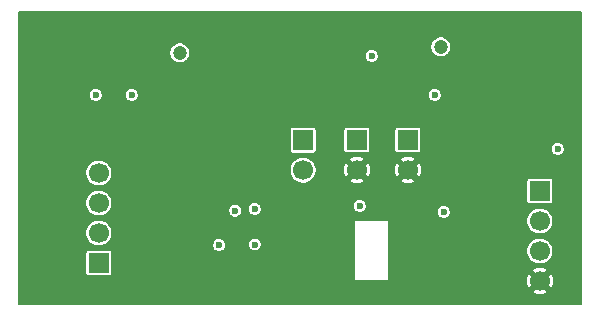
<source format=gbr>
%TF.GenerationSoftware,KiCad,Pcbnew,9.0.1*%
%TF.CreationDate,2025-09-03T00:36:21-07:00*%
%TF.ProjectId,stm32-test,73746d33-322d-4746-9573-742e6b696361,rev?*%
%TF.SameCoordinates,Original*%
%TF.FileFunction,Copper,L4,Bot*%
%TF.FilePolarity,Positive*%
%FSLAX46Y46*%
G04 Gerber Fmt 4.6, Leading zero omitted, Abs format (unit mm)*
G04 Created by KiCad (PCBNEW 9.0.1) date 2025-09-03 00:36:21*
%MOMM*%
%LPD*%
G01*
G04 APERTURE LIST*
%TA.AperFunction,ComponentPad*%
%ADD10R,1.700000X1.700000*%
%TD*%
%TA.AperFunction,ComponentPad*%
%ADD11C,1.700000*%
%TD*%
%TA.AperFunction,ViaPad*%
%ADD12C,0.600000*%
%TD*%
%TA.AperFunction,ViaPad*%
%ADD13C,1.200000*%
%TD*%
G04 APERTURE END LIST*
D10*
%TO.P,J1,1,Pin_1*%
%TO.N,+12V*%
X168910000Y-96774000D03*
D11*
%TO.P,J1,2,Pin_2*%
%TO.N,/CANH*%
X168910000Y-99314000D03*
%TO.P,J1,3,Pin_3*%
%TO.N,/CANL*%
X168910000Y-101854000D03*
%TO.P,J1,4,Pin_4*%
%TO.N,GND*%
X168910000Y-104394000D03*
%TD*%
D10*
%TO.P,J4,1,Pin_1*%
%TO.N,+3V3*%
X153416000Y-92456000D03*
D11*
%TO.P,J4,2,Pin_2*%
%TO.N,GND*%
X153416000Y-94996000D03*
%TD*%
%TO.P,J2,4,Pin_4*%
%TO.N,/SPI_CS*%
X131572000Y-95250000D03*
%TO.P,J2,3,Pin_3*%
%TO.N,/SPI_CLK*%
X131572000Y-97790000D03*
%TO.P,J2,2,Pin_2*%
%TO.N,/SPI_MISO*%
X131572000Y-100330000D03*
D10*
%TO.P,J2,1,Pin_1*%
%TO.N,/SPI_MOSI*%
X131572000Y-102870000D03*
%TD*%
D11*
%TO.P,J5,2,Pin_2*%
%TO.N,/I2C_SCL*%
X148869000Y-95016000D03*
D10*
%TO.P,J5,1,Pin_1*%
%TO.N,/I2C_SDA*%
X148869000Y-92476000D03*
%TD*%
D11*
%TO.P,J6,2,Pin_2*%
%TO.N,GND*%
X157734000Y-94996000D03*
D10*
%TO.P,J6,1,Pin_1*%
%TO.N,+3V3*%
X157734000Y-92456000D03*
%TD*%
D12*
%TO.N,/NRST*%
X131318000Y-88646000D03*
X134366000Y-88646000D03*
%TO.N,+3V3*%
X153670000Y-98044000D03*
%TO.N,+5V*%
X160020000Y-88646000D03*
X170434000Y-93218000D03*
X160782000Y-98552000D03*
D13*
%TO.N,GND*%
X140716000Y-89662000D03*
D12*
X144937910Y-84678090D03*
X134672000Y-85292000D03*
%TO.N,+3V3*%
X141752000Y-101346000D03*
D13*
X138430000Y-85090000D03*
D12*
X144780000Y-101314000D03*
D13*
X160528000Y-84582000D03*
D12*
X154686000Y-85344000D03*
%TO.N,/I2C_SCL*%
X144780000Y-98298000D03*
%TO.N,/I2C_SDA*%
X143111787Y-98442213D03*
%TD*%
%TA.AperFunction,Conductor*%
%TO.N,GND*%
G36*
X172409039Y-81553685D02*
G01*
X172454794Y-81606489D01*
X172466000Y-81658000D01*
X172466000Y-106302000D01*
X172446315Y-106369039D01*
X172393511Y-106414794D01*
X172342000Y-106426000D01*
X124838000Y-106426000D01*
X124770961Y-106406315D01*
X124725206Y-106353511D01*
X124714000Y-106302000D01*
X124714000Y-104307107D01*
X167806000Y-104307107D01*
X167806000Y-104480892D01*
X167833183Y-104652521D01*
X167886884Y-104817793D01*
X167965771Y-104972616D01*
X167965778Y-104972627D01*
X167968464Y-104976325D01*
X168425841Y-104518947D01*
X168444075Y-104586993D01*
X168509901Y-104701007D01*
X168602993Y-104794099D01*
X168717007Y-104859925D01*
X168785051Y-104878157D01*
X168327674Y-105335534D01*
X168327674Y-105335535D01*
X168331374Y-105338223D01*
X168486206Y-105417115D01*
X168651478Y-105470816D01*
X168823108Y-105498000D01*
X168996892Y-105498000D01*
X169168521Y-105470816D01*
X169333793Y-105417115D01*
X169488618Y-105338228D01*
X169492325Y-105335534D01*
X169034948Y-104878157D01*
X169102993Y-104859925D01*
X169217007Y-104794099D01*
X169310099Y-104701007D01*
X169375925Y-104586993D01*
X169394157Y-104518948D01*
X169851534Y-104976325D01*
X169854228Y-104972618D01*
X169933115Y-104817793D01*
X169986816Y-104652521D01*
X170014000Y-104480892D01*
X170014000Y-104307107D01*
X169986816Y-104135478D01*
X169933115Y-103970206D01*
X169854223Y-103815374D01*
X169851535Y-103811674D01*
X169851534Y-103811674D01*
X169394157Y-104269051D01*
X169375925Y-104201007D01*
X169310099Y-104086993D01*
X169217007Y-103993901D01*
X169102993Y-103928075D01*
X169034948Y-103909842D01*
X169492325Y-103452464D01*
X169488627Y-103449778D01*
X169488616Y-103449771D01*
X169333793Y-103370884D01*
X169168521Y-103317183D01*
X168996892Y-103290000D01*
X168823108Y-103290000D01*
X168651478Y-103317183D01*
X168486206Y-103370884D01*
X168331377Y-103449774D01*
X168327674Y-103452464D01*
X168785052Y-103909842D01*
X168717007Y-103928075D01*
X168602993Y-103993901D01*
X168509901Y-104086993D01*
X168444075Y-104201007D01*
X168425842Y-104269052D01*
X167968464Y-103811674D01*
X167965774Y-103815377D01*
X167886884Y-103970206D01*
X167833183Y-104135478D01*
X167806000Y-104307107D01*
X124714000Y-104307107D01*
X124714000Y-104294000D01*
X153298000Y-104294000D01*
X156074000Y-104294000D01*
X156074000Y-101750530D01*
X167859500Y-101750530D01*
X167859500Y-101957469D01*
X167899868Y-102160412D01*
X167899870Y-102160420D01*
X167979058Y-102351596D01*
X168094024Y-102523657D01*
X168240342Y-102669975D01*
X168240345Y-102669977D01*
X168412402Y-102784941D01*
X168603580Y-102864130D01*
X168806530Y-102904499D01*
X168806534Y-102904500D01*
X168806535Y-102904500D01*
X169013466Y-102904500D01*
X169013467Y-102904499D01*
X169216420Y-102864130D01*
X169407598Y-102784941D01*
X169579655Y-102669977D01*
X169725977Y-102523655D01*
X169840941Y-102351598D01*
X169920130Y-102160420D01*
X169960500Y-101957465D01*
X169960500Y-101750535D01*
X169920130Y-101547580D01*
X169840941Y-101356402D01*
X169725977Y-101184345D01*
X169725975Y-101184342D01*
X169579657Y-101038024D01*
X169493626Y-100980541D01*
X169407598Y-100923059D01*
X169216420Y-100843870D01*
X169216412Y-100843868D01*
X169013469Y-100803500D01*
X169013465Y-100803500D01*
X168806535Y-100803500D01*
X168806530Y-100803500D01*
X168603587Y-100843868D01*
X168603579Y-100843870D01*
X168412403Y-100923058D01*
X168240342Y-101038024D01*
X168094024Y-101184342D01*
X167979058Y-101356403D01*
X167899870Y-101547579D01*
X167899868Y-101547587D01*
X167859500Y-101750530D01*
X156074000Y-101750530D01*
X156074000Y-99314000D01*
X153298000Y-99314000D01*
X153298000Y-104294000D01*
X124714000Y-104294000D01*
X124714000Y-102000247D01*
X130521500Y-102000247D01*
X130521500Y-103739752D01*
X130533131Y-103798229D01*
X130533132Y-103798230D01*
X130577447Y-103864552D01*
X130643769Y-103908867D01*
X130643770Y-103908868D01*
X130702247Y-103920499D01*
X130702250Y-103920500D01*
X130702252Y-103920500D01*
X132441750Y-103920500D01*
X132441751Y-103920499D01*
X132456568Y-103917552D01*
X132500229Y-103908868D01*
X132500229Y-103908867D01*
X132500231Y-103908867D01*
X132566552Y-103864552D01*
X132610867Y-103798231D01*
X132610867Y-103798229D01*
X132610868Y-103798229D01*
X132622499Y-103739752D01*
X132622500Y-103739750D01*
X132622500Y-102000249D01*
X132622499Y-102000247D01*
X132610868Y-101941770D01*
X132610867Y-101941769D01*
X132566552Y-101875447D01*
X132500230Y-101831132D01*
X132500229Y-101831131D01*
X132441752Y-101819500D01*
X132441748Y-101819500D01*
X130702252Y-101819500D01*
X130702247Y-101819500D01*
X130643770Y-101831131D01*
X130643769Y-101831132D01*
X130577447Y-101875447D01*
X130533132Y-101941769D01*
X130533131Y-101941770D01*
X130521500Y-102000247D01*
X124714000Y-102000247D01*
X124714000Y-100226530D01*
X130521500Y-100226530D01*
X130521500Y-100433469D01*
X130561868Y-100636412D01*
X130561870Y-100636420D01*
X130641058Y-100827596D01*
X130756024Y-100999657D01*
X130902342Y-101145975D01*
X130902345Y-101145977D01*
X131074402Y-101260941D01*
X131265580Y-101340130D01*
X131465468Y-101379890D01*
X131468530Y-101380499D01*
X131468534Y-101380500D01*
X131468535Y-101380500D01*
X131675466Y-101380500D01*
X131675467Y-101380499D01*
X131878420Y-101340130D01*
X132023325Y-101280108D01*
X141251500Y-101280108D01*
X141251500Y-101411891D01*
X141285608Y-101539187D01*
X141290454Y-101547580D01*
X141351500Y-101653314D01*
X141444686Y-101746500D01*
X141558814Y-101812392D01*
X141686108Y-101846500D01*
X141686110Y-101846500D01*
X141817890Y-101846500D01*
X141817892Y-101846500D01*
X141945186Y-101812392D01*
X142059314Y-101746500D01*
X142152500Y-101653314D01*
X142218392Y-101539186D01*
X142252500Y-101411892D01*
X142252500Y-101280108D01*
X142243926Y-101248108D01*
X144279500Y-101248108D01*
X144279500Y-101379891D01*
X144313608Y-101507187D01*
X144346554Y-101564250D01*
X144379500Y-101621314D01*
X144472686Y-101714500D01*
X144586814Y-101780392D01*
X144714108Y-101814500D01*
X144714110Y-101814500D01*
X144845890Y-101814500D01*
X144845892Y-101814500D01*
X144973186Y-101780392D01*
X145087314Y-101714500D01*
X145180500Y-101621314D01*
X145246392Y-101507186D01*
X145280500Y-101379892D01*
X145280500Y-101248108D01*
X145246392Y-101120814D01*
X145180500Y-101006686D01*
X145087314Y-100913500D01*
X145030250Y-100880554D01*
X144973187Y-100847608D01*
X144898499Y-100827596D01*
X144845892Y-100813500D01*
X144714108Y-100813500D01*
X144586812Y-100847608D01*
X144472686Y-100913500D01*
X144472683Y-100913502D01*
X144379502Y-101006683D01*
X144379500Y-101006686D01*
X144313608Y-101120812D01*
X144279500Y-101248108D01*
X142243926Y-101248108D01*
X142218392Y-101152814D01*
X142214443Y-101145975D01*
X142199917Y-101120814D01*
X142152500Y-101038686D01*
X142059314Y-100945500D01*
X142002250Y-100912554D01*
X141945187Y-100879608D01*
X141881539Y-100862554D01*
X141817892Y-100845500D01*
X141686108Y-100845500D01*
X141558812Y-100879608D01*
X141444686Y-100945500D01*
X141444683Y-100945502D01*
X141351502Y-101038683D01*
X141351500Y-101038686D01*
X141285608Y-101152812D01*
X141251500Y-101280108D01*
X132023325Y-101280108D01*
X132069598Y-101260941D01*
X132207381Y-101168878D01*
X132207383Y-101168877D01*
X132224580Y-101157385D01*
X132241655Y-101145977D01*
X132387977Y-100999655D01*
X132502941Y-100827598D01*
X132582130Y-100636420D01*
X132622500Y-100433465D01*
X132622500Y-100226535D01*
X132582130Y-100023580D01*
X132502941Y-99832402D01*
X132387977Y-99660345D01*
X132387975Y-99660342D01*
X132241657Y-99514024D01*
X132069596Y-99399057D01*
X132016824Y-99377199D01*
X131878420Y-99319870D01*
X131878412Y-99319868D01*
X131675469Y-99279500D01*
X131675465Y-99279500D01*
X131468535Y-99279500D01*
X131468530Y-99279500D01*
X131265587Y-99319868D01*
X131265579Y-99319870D01*
X131074403Y-99399058D01*
X130902342Y-99514024D01*
X130756024Y-99660342D01*
X130641058Y-99832403D01*
X130561870Y-100023579D01*
X130561868Y-100023587D01*
X130521500Y-100226530D01*
X124714000Y-100226530D01*
X124714000Y-99210530D01*
X167859500Y-99210530D01*
X167859500Y-99417469D01*
X167899868Y-99620412D01*
X167899870Y-99620420D01*
X167979059Y-99811598D01*
X168036541Y-99897626D01*
X168094024Y-99983657D01*
X168240342Y-100129975D01*
X168240345Y-100129977D01*
X168412402Y-100244941D01*
X168603580Y-100324130D01*
X168806530Y-100364499D01*
X168806534Y-100364500D01*
X168806535Y-100364500D01*
X169013466Y-100364500D01*
X169013467Y-100364499D01*
X169216420Y-100324130D01*
X169407598Y-100244941D01*
X169579655Y-100129977D01*
X169725977Y-99983655D01*
X169840941Y-99811598D01*
X169920130Y-99620420D01*
X169960500Y-99417465D01*
X169960500Y-99210535D01*
X169920130Y-99007580D01*
X169840941Y-98816402D01*
X169725977Y-98644345D01*
X169725975Y-98644342D01*
X169579657Y-98498024D01*
X169418435Y-98390300D01*
X169407598Y-98383059D01*
X169391331Y-98376321D01*
X169216420Y-98303870D01*
X169216412Y-98303868D01*
X169013469Y-98263500D01*
X169013465Y-98263500D01*
X168806535Y-98263500D01*
X168806530Y-98263500D01*
X168603587Y-98303868D01*
X168603579Y-98303870D01*
X168412403Y-98383058D01*
X168240342Y-98498024D01*
X168094024Y-98644342D01*
X167979058Y-98816403D01*
X167899870Y-99007579D01*
X167899868Y-99007587D01*
X167859500Y-99210530D01*
X124714000Y-99210530D01*
X124714000Y-97686530D01*
X130521500Y-97686530D01*
X130521500Y-97893469D01*
X130561868Y-98096412D01*
X130561870Y-98096420D01*
X130641058Y-98287596D01*
X130756024Y-98459657D01*
X130902342Y-98605975D01*
X130902345Y-98605977D01*
X131074402Y-98720941D01*
X131265580Y-98800130D01*
X131468530Y-98840499D01*
X131468534Y-98840500D01*
X131468535Y-98840500D01*
X131675466Y-98840500D01*
X131675467Y-98840499D01*
X131878420Y-98800130D01*
X132069598Y-98720941D01*
X132241655Y-98605977D01*
X132387977Y-98459655D01*
X132443659Y-98376321D01*
X142611287Y-98376321D01*
X142611287Y-98508104D01*
X142645395Y-98635400D01*
X142650558Y-98644342D01*
X142711287Y-98749527D01*
X142804473Y-98842713D01*
X142918601Y-98908605D01*
X143045895Y-98942713D01*
X143045897Y-98942713D01*
X143177677Y-98942713D01*
X143177679Y-98942713D01*
X143304973Y-98908605D01*
X143419101Y-98842713D01*
X143512287Y-98749527D01*
X143578179Y-98635399D01*
X143612287Y-98508105D01*
X143612287Y-98376321D01*
X143578179Y-98249027D01*
X143568411Y-98232108D01*
X144279500Y-98232108D01*
X144279500Y-98363892D01*
X144284636Y-98383059D01*
X144313608Y-98491187D01*
X144344388Y-98544499D01*
X144379500Y-98605314D01*
X144472686Y-98698500D01*
X144586814Y-98764392D01*
X144714108Y-98798500D01*
X144714110Y-98798500D01*
X144845890Y-98798500D01*
X144845892Y-98798500D01*
X144973186Y-98764392D01*
X145087314Y-98698500D01*
X145180500Y-98605314D01*
X145246392Y-98491186D01*
X145280500Y-98363892D01*
X145280500Y-98232108D01*
X145246392Y-98104814D01*
X145235303Y-98085608D01*
X145204343Y-98031983D01*
X145204342Y-98031982D01*
X145180500Y-97990686D01*
X145167922Y-97978108D01*
X153169500Y-97978108D01*
X153169500Y-98109891D01*
X153203608Y-98237187D01*
X153207936Y-98244683D01*
X153269500Y-98351314D01*
X153362686Y-98444500D01*
X153476814Y-98510392D01*
X153604108Y-98544500D01*
X153604110Y-98544500D01*
X153735890Y-98544500D01*
X153735892Y-98544500D01*
X153863186Y-98510392D01*
X153905247Y-98486108D01*
X160281500Y-98486108D01*
X160281500Y-98617891D01*
X160315608Y-98745187D01*
X160346388Y-98798499D01*
X160381500Y-98859314D01*
X160474686Y-98952500D01*
X160588814Y-99018392D01*
X160716108Y-99052500D01*
X160716110Y-99052500D01*
X160847890Y-99052500D01*
X160847892Y-99052500D01*
X160975186Y-99018392D01*
X161089314Y-98952500D01*
X161182500Y-98859314D01*
X161248392Y-98745186D01*
X161282500Y-98617892D01*
X161282500Y-98486108D01*
X161248392Y-98358814D01*
X161182500Y-98244686D01*
X161089314Y-98151500D01*
X161017247Y-98109892D01*
X160975187Y-98085608D01*
X160911539Y-98068554D01*
X160847892Y-98051500D01*
X160716108Y-98051500D01*
X160588812Y-98085608D01*
X160474686Y-98151500D01*
X160474683Y-98151502D01*
X160381502Y-98244683D01*
X160381500Y-98244686D01*
X160315608Y-98358812D01*
X160281500Y-98486108D01*
X153905247Y-98486108D01*
X153977314Y-98444500D01*
X154070500Y-98351314D01*
X154136392Y-98237186D01*
X154170500Y-98109892D01*
X154170500Y-97978108D01*
X154136392Y-97850814D01*
X154070500Y-97736686D01*
X153977314Y-97643500D01*
X153920250Y-97610554D01*
X153863187Y-97577608D01*
X153799539Y-97560554D01*
X153735892Y-97543500D01*
X153604108Y-97543500D01*
X153476812Y-97577608D01*
X153362686Y-97643500D01*
X153362683Y-97643502D01*
X153269502Y-97736683D01*
X153269500Y-97736686D01*
X153203608Y-97850812D01*
X153169500Y-97978108D01*
X145167922Y-97978108D01*
X145087314Y-97897500D01*
X145006452Y-97850814D01*
X144973187Y-97831608D01*
X144903243Y-97812867D01*
X144845892Y-97797500D01*
X144714108Y-97797500D01*
X144586812Y-97831608D01*
X144472686Y-97897500D01*
X144472683Y-97897502D01*
X144379502Y-97990683D01*
X144379500Y-97990686D01*
X144313608Y-98104812D01*
X144301098Y-98151502D01*
X144279500Y-98232108D01*
X143568411Y-98232108D01*
X143512287Y-98134899D01*
X143419101Y-98041713D01*
X143330715Y-97990683D01*
X143304974Y-97975821D01*
X143241326Y-97958767D01*
X143177679Y-97941713D01*
X143045895Y-97941713D01*
X142918599Y-97975821D01*
X142804473Y-98041713D01*
X142804470Y-98041715D01*
X142711289Y-98134896D01*
X142711287Y-98134899D01*
X142645395Y-98249025D01*
X142611287Y-98376321D01*
X132443659Y-98376321D01*
X132502941Y-98287598D01*
X132582130Y-98096420D01*
X132622500Y-97893465D01*
X132622500Y-97686535D01*
X132582130Y-97483580D01*
X132502941Y-97292402D01*
X132387977Y-97120345D01*
X132387975Y-97120342D01*
X132241657Y-96974024D01*
X132155626Y-96916541D01*
X132069598Y-96859059D01*
X131878420Y-96779870D01*
X131878412Y-96779868D01*
X131675469Y-96739500D01*
X131675465Y-96739500D01*
X131468535Y-96739500D01*
X131468530Y-96739500D01*
X131265587Y-96779868D01*
X131265579Y-96779870D01*
X131074403Y-96859058D01*
X130902342Y-96974024D01*
X130756024Y-97120342D01*
X130641058Y-97292403D01*
X130561870Y-97483579D01*
X130561868Y-97483587D01*
X130521500Y-97686530D01*
X124714000Y-97686530D01*
X124714000Y-95146530D01*
X130521500Y-95146530D01*
X130521500Y-95353469D01*
X130553352Y-95513598D01*
X130561870Y-95556420D01*
X130641059Y-95747598D01*
X130677807Y-95802595D01*
X130756024Y-95919657D01*
X130902342Y-96065975D01*
X130902345Y-96065977D01*
X131074402Y-96180941D01*
X131265580Y-96260130D01*
X131468530Y-96300499D01*
X131468534Y-96300500D01*
X131468535Y-96300500D01*
X131675466Y-96300500D01*
X131675467Y-96300499D01*
X131878420Y-96260130D01*
X132069598Y-96180941D01*
X132241655Y-96065977D01*
X132387977Y-95919655D01*
X132502941Y-95747598D01*
X132582130Y-95556420D01*
X132622500Y-95353465D01*
X132622500Y-95146535D01*
X132617116Y-95119466D01*
X132582132Y-94943587D01*
X132582129Y-94943579D01*
X132569268Y-94912530D01*
X147818500Y-94912530D01*
X147818500Y-95119469D01*
X147858868Y-95322412D01*
X147858870Y-95322420D01*
X147938058Y-95513596D01*
X148053024Y-95685657D01*
X148199342Y-95831975D01*
X148199345Y-95831977D01*
X148371402Y-95946941D01*
X148562580Y-96026130D01*
X148762896Y-96065975D01*
X148765530Y-96066499D01*
X148765534Y-96066500D01*
X148765535Y-96066500D01*
X148972466Y-96066500D01*
X148972467Y-96066499D01*
X149175420Y-96026130D01*
X149366598Y-95946941D01*
X149538655Y-95831977D01*
X149538658Y-95831974D01*
X149568038Y-95802595D01*
X149684974Y-95685658D01*
X149684975Y-95685657D01*
X149684977Y-95685655D01*
X149799941Y-95513598D01*
X149879130Y-95322420D01*
X149919500Y-95119465D01*
X149919500Y-94912535D01*
X149919500Y-94912532D01*
X149918819Y-94909107D01*
X152312000Y-94909107D01*
X152312000Y-95082892D01*
X152339183Y-95254521D01*
X152392884Y-95419793D01*
X152471771Y-95574616D01*
X152471778Y-95574627D01*
X152474464Y-95578325D01*
X152931841Y-95120947D01*
X152950075Y-95188993D01*
X153015901Y-95303007D01*
X153108993Y-95396099D01*
X153223007Y-95461925D01*
X153291051Y-95480157D01*
X152833674Y-95937534D01*
X152833674Y-95937535D01*
X152837374Y-95940223D01*
X152992206Y-96019115D01*
X153157478Y-96072816D01*
X153329108Y-96100000D01*
X153502892Y-96100000D01*
X153674521Y-96072816D01*
X153839793Y-96019115D01*
X153994618Y-95940228D01*
X153998325Y-95937534D01*
X153540948Y-95480157D01*
X153608993Y-95461925D01*
X153723007Y-95396099D01*
X153816099Y-95303007D01*
X153881925Y-95188993D01*
X153900157Y-95120948D01*
X154357534Y-95578325D01*
X154360228Y-95574618D01*
X154439115Y-95419793D01*
X154492816Y-95254521D01*
X154520000Y-95082892D01*
X154520000Y-94909107D01*
X156630000Y-94909107D01*
X156630000Y-95082892D01*
X156657183Y-95254521D01*
X156710884Y-95419793D01*
X156789771Y-95574616D01*
X156789778Y-95574627D01*
X156792464Y-95578325D01*
X157249841Y-95120947D01*
X157268075Y-95188993D01*
X157333901Y-95303007D01*
X157426993Y-95396099D01*
X157541007Y-95461925D01*
X157609051Y-95480157D01*
X157151674Y-95937534D01*
X157151674Y-95937535D01*
X157155374Y-95940223D01*
X157310206Y-96019115D01*
X157475478Y-96072816D01*
X157647108Y-96100000D01*
X157820892Y-96100000D01*
X157992521Y-96072816D01*
X158157793Y-96019115D01*
X158312618Y-95940228D01*
X158316325Y-95937534D01*
X158283038Y-95904247D01*
X167859500Y-95904247D01*
X167859500Y-97643752D01*
X167871131Y-97702229D01*
X167871132Y-97702230D01*
X167915447Y-97768552D01*
X167981769Y-97812867D01*
X167981770Y-97812868D01*
X168040247Y-97824499D01*
X168040250Y-97824500D01*
X168040252Y-97824500D01*
X169779750Y-97824500D01*
X169779751Y-97824499D01*
X169794568Y-97821552D01*
X169838229Y-97812868D01*
X169838229Y-97812867D01*
X169838231Y-97812867D01*
X169904552Y-97768552D01*
X169948867Y-97702231D01*
X169948867Y-97702229D01*
X169948868Y-97702229D01*
X169960499Y-97643752D01*
X169960500Y-97643750D01*
X169960500Y-95904249D01*
X169960499Y-95904247D01*
X169948868Y-95845770D01*
X169948867Y-95845769D01*
X169904552Y-95779447D01*
X169838230Y-95735132D01*
X169838229Y-95735131D01*
X169779752Y-95723500D01*
X169779748Y-95723500D01*
X168040252Y-95723500D01*
X168040247Y-95723500D01*
X167981770Y-95735131D01*
X167981769Y-95735132D01*
X167915447Y-95779447D01*
X167871132Y-95845769D01*
X167871131Y-95845770D01*
X167859500Y-95904247D01*
X158283038Y-95904247D01*
X157858948Y-95480157D01*
X157926993Y-95461925D01*
X158041007Y-95396099D01*
X158134099Y-95303007D01*
X158199925Y-95188993D01*
X158218157Y-95120948D01*
X158675534Y-95578325D01*
X158678228Y-95574618D01*
X158757115Y-95419793D01*
X158810816Y-95254521D01*
X158838000Y-95082892D01*
X158838000Y-94909107D01*
X158810816Y-94737478D01*
X158757115Y-94572206D01*
X158678223Y-94417374D01*
X158675535Y-94413674D01*
X158675534Y-94413674D01*
X158218157Y-94871051D01*
X158199925Y-94803007D01*
X158134099Y-94688993D01*
X158041007Y-94595901D01*
X157926993Y-94530075D01*
X157858948Y-94511842D01*
X158316325Y-94054464D01*
X158312627Y-94051778D01*
X158312616Y-94051771D01*
X158157793Y-93972884D01*
X157992521Y-93919183D01*
X157820892Y-93892000D01*
X157647108Y-93892000D01*
X157475478Y-93919183D01*
X157310206Y-93972884D01*
X157155377Y-94051774D01*
X157151674Y-94054464D01*
X157609052Y-94511842D01*
X157541007Y-94530075D01*
X157426993Y-94595901D01*
X157333901Y-94688993D01*
X157268075Y-94803007D01*
X157249842Y-94871052D01*
X156792464Y-94413674D01*
X156789774Y-94417377D01*
X156710884Y-94572206D01*
X156657183Y-94737478D01*
X156630000Y-94909107D01*
X154520000Y-94909107D01*
X154492816Y-94737478D01*
X154439115Y-94572206D01*
X154360223Y-94417374D01*
X154357535Y-94413674D01*
X154357534Y-94413674D01*
X153900157Y-94871051D01*
X153881925Y-94803007D01*
X153816099Y-94688993D01*
X153723007Y-94595901D01*
X153608993Y-94530075D01*
X153540948Y-94511842D01*
X153998325Y-94054464D01*
X153994627Y-94051778D01*
X153994616Y-94051771D01*
X153839793Y-93972884D01*
X153674521Y-93919183D01*
X153502892Y-93892000D01*
X153329108Y-93892000D01*
X153157478Y-93919183D01*
X152992206Y-93972884D01*
X152837377Y-94051774D01*
X152833674Y-94054464D01*
X153291052Y-94511842D01*
X153223007Y-94530075D01*
X153108993Y-94595901D01*
X153015901Y-94688993D01*
X152950075Y-94803007D01*
X152931842Y-94871051D01*
X152474464Y-94413674D01*
X152471774Y-94417377D01*
X152392884Y-94572206D01*
X152339183Y-94737478D01*
X152312000Y-94909107D01*
X149918819Y-94909107D01*
X149879131Y-94709587D01*
X149879130Y-94709580D01*
X149799941Y-94518402D01*
X149684977Y-94346345D01*
X149684975Y-94346342D01*
X149538658Y-94200025D01*
X149536375Y-94198499D01*
X149366598Y-94085059D01*
X149286241Y-94051774D01*
X149175420Y-94005870D01*
X149175412Y-94005868D01*
X148972469Y-93965500D01*
X148972465Y-93965500D01*
X148765535Y-93965500D01*
X148765530Y-93965500D01*
X148562587Y-94005868D01*
X148562579Y-94005870D01*
X148371403Y-94085058D01*
X148199342Y-94200024D01*
X148053024Y-94346342D01*
X147938058Y-94518403D01*
X147858870Y-94709579D01*
X147858868Y-94709587D01*
X147818500Y-94912530D01*
X132569268Y-94912530D01*
X132502941Y-94752402D01*
X132387977Y-94580345D01*
X132387975Y-94580342D01*
X132241657Y-94434024D01*
X132155626Y-94376541D01*
X132069598Y-94319059D01*
X131878420Y-94239870D01*
X131878412Y-94239868D01*
X131675469Y-94199500D01*
X131675465Y-94199500D01*
X131468535Y-94199500D01*
X131468530Y-94199500D01*
X131265587Y-94239868D01*
X131265579Y-94239870D01*
X131074403Y-94319058D01*
X130902342Y-94434024D01*
X130756024Y-94580342D01*
X130641058Y-94752403D01*
X130561870Y-94943579D01*
X130561868Y-94943587D01*
X130521500Y-95146530D01*
X124714000Y-95146530D01*
X124714000Y-91606247D01*
X147818500Y-91606247D01*
X147818500Y-93345752D01*
X147830131Y-93404229D01*
X147830132Y-93404230D01*
X147874447Y-93470552D01*
X147940769Y-93514867D01*
X147940770Y-93514868D01*
X147999247Y-93526499D01*
X147999250Y-93526500D01*
X147999252Y-93526500D01*
X149738750Y-93526500D01*
X149738751Y-93526499D01*
X149753568Y-93523552D01*
X149797229Y-93514868D01*
X149797229Y-93514867D01*
X149797231Y-93514867D01*
X149863552Y-93470552D01*
X149907867Y-93404231D01*
X149907867Y-93404229D01*
X149907868Y-93404229D01*
X149919499Y-93345752D01*
X149919500Y-93345750D01*
X149919500Y-91606250D01*
X149919121Y-91604345D01*
X149919121Y-91604342D01*
X149915521Y-91586247D01*
X152365500Y-91586247D01*
X152365500Y-93325752D01*
X152377131Y-93384229D01*
X152377132Y-93384230D01*
X152421447Y-93450552D01*
X152487769Y-93494867D01*
X152487770Y-93494868D01*
X152546247Y-93506499D01*
X152546250Y-93506500D01*
X152546252Y-93506500D01*
X154285750Y-93506500D01*
X154285751Y-93506499D01*
X154300568Y-93503552D01*
X154344229Y-93494868D01*
X154344229Y-93494867D01*
X154344231Y-93494867D01*
X154410552Y-93450552D01*
X154454867Y-93384231D01*
X154454867Y-93384229D01*
X154454868Y-93384229D01*
X154466499Y-93325752D01*
X154466500Y-93325750D01*
X154466500Y-91586249D01*
X154466499Y-91586247D01*
X156683500Y-91586247D01*
X156683500Y-93325752D01*
X156695131Y-93384229D01*
X156695132Y-93384230D01*
X156739447Y-93450552D01*
X156805769Y-93494867D01*
X156805770Y-93494868D01*
X156864247Y-93506499D01*
X156864250Y-93506500D01*
X156864252Y-93506500D01*
X158603750Y-93506500D01*
X158603751Y-93506499D01*
X158618568Y-93503552D01*
X158662229Y-93494868D01*
X158662229Y-93494867D01*
X158662231Y-93494867D01*
X158728552Y-93450552D01*
X158772867Y-93384231D01*
X158772867Y-93384229D01*
X158772868Y-93384229D01*
X158784499Y-93325752D01*
X158784500Y-93325750D01*
X158784500Y-93152108D01*
X169933500Y-93152108D01*
X169933500Y-93283891D01*
X169967608Y-93411187D01*
X169990336Y-93450552D01*
X170033500Y-93525314D01*
X170126686Y-93618500D01*
X170240814Y-93684392D01*
X170368108Y-93718500D01*
X170368110Y-93718500D01*
X170499890Y-93718500D01*
X170499892Y-93718500D01*
X170627186Y-93684392D01*
X170741314Y-93618500D01*
X170834500Y-93525314D01*
X170900392Y-93411186D01*
X170934500Y-93283892D01*
X170934500Y-93152108D01*
X170900392Y-93024814D01*
X170834500Y-92910686D01*
X170741314Y-92817500D01*
X170684250Y-92784554D01*
X170627187Y-92751608D01*
X170563539Y-92734554D01*
X170499892Y-92717500D01*
X170368108Y-92717500D01*
X170240812Y-92751608D01*
X170126686Y-92817500D01*
X170126683Y-92817502D01*
X170033502Y-92910683D01*
X170033500Y-92910686D01*
X169967608Y-93024812D01*
X169933500Y-93152108D01*
X158784500Y-93152108D01*
X158784500Y-91586249D01*
X158784499Y-91586247D01*
X158772868Y-91527770D01*
X158772867Y-91527769D01*
X158728552Y-91461447D01*
X158662230Y-91417132D01*
X158662229Y-91417131D01*
X158603752Y-91405500D01*
X158603748Y-91405500D01*
X156864252Y-91405500D01*
X156864247Y-91405500D01*
X156805770Y-91417131D01*
X156805769Y-91417132D01*
X156739447Y-91461447D01*
X156695132Y-91527769D01*
X156695131Y-91527770D01*
X156683500Y-91586247D01*
X154466499Y-91586247D01*
X154454868Y-91527770D01*
X154454867Y-91527769D01*
X154410552Y-91461447D01*
X154344230Y-91417132D01*
X154344229Y-91417131D01*
X154285752Y-91405500D01*
X154285748Y-91405500D01*
X152546252Y-91405500D01*
X152546247Y-91405500D01*
X152487770Y-91417131D01*
X152487769Y-91417132D01*
X152421447Y-91461447D01*
X152377132Y-91527769D01*
X152377131Y-91527770D01*
X152365500Y-91586247D01*
X149915521Y-91586247D01*
X149907867Y-91547770D01*
X149907867Y-91547769D01*
X149863552Y-91481447D01*
X149797230Y-91437132D01*
X149797229Y-91437131D01*
X149738752Y-91425500D01*
X149738748Y-91425500D01*
X147999252Y-91425500D01*
X147999247Y-91425500D01*
X147940770Y-91437131D01*
X147940769Y-91437132D01*
X147874447Y-91481447D01*
X147830132Y-91547769D01*
X147830131Y-91547770D01*
X147818500Y-91606247D01*
X124714000Y-91606247D01*
X124714000Y-88580108D01*
X130817500Y-88580108D01*
X130817500Y-88711891D01*
X130851608Y-88839187D01*
X130884554Y-88896250D01*
X130917500Y-88953314D01*
X131010686Y-89046500D01*
X131124814Y-89112392D01*
X131252108Y-89146500D01*
X131252110Y-89146500D01*
X131383890Y-89146500D01*
X131383892Y-89146500D01*
X131511186Y-89112392D01*
X131625314Y-89046500D01*
X131718500Y-88953314D01*
X131784392Y-88839186D01*
X131818500Y-88711892D01*
X131818500Y-88580108D01*
X133865500Y-88580108D01*
X133865500Y-88711891D01*
X133899608Y-88839187D01*
X133932554Y-88896250D01*
X133965500Y-88953314D01*
X134058686Y-89046500D01*
X134172814Y-89112392D01*
X134300108Y-89146500D01*
X134300110Y-89146500D01*
X134431890Y-89146500D01*
X134431892Y-89146500D01*
X134559186Y-89112392D01*
X134673314Y-89046500D01*
X134766500Y-88953314D01*
X134832392Y-88839186D01*
X134866500Y-88711892D01*
X134866500Y-88580108D01*
X159519500Y-88580108D01*
X159519500Y-88711891D01*
X159553608Y-88839187D01*
X159586554Y-88896250D01*
X159619500Y-88953314D01*
X159712686Y-89046500D01*
X159826814Y-89112392D01*
X159954108Y-89146500D01*
X159954110Y-89146500D01*
X160085890Y-89146500D01*
X160085892Y-89146500D01*
X160213186Y-89112392D01*
X160327314Y-89046500D01*
X160420500Y-88953314D01*
X160486392Y-88839186D01*
X160520500Y-88711892D01*
X160520500Y-88580108D01*
X160486392Y-88452814D01*
X160420500Y-88338686D01*
X160327314Y-88245500D01*
X160270250Y-88212554D01*
X160213187Y-88179608D01*
X160149539Y-88162554D01*
X160085892Y-88145500D01*
X159954108Y-88145500D01*
X159826812Y-88179608D01*
X159712686Y-88245500D01*
X159712683Y-88245502D01*
X159619502Y-88338683D01*
X159619500Y-88338686D01*
X159553608Y-88452812D01*
X159519500Y-88580108D01*
X134866500Y-88580108D01*
X134832392Y-88452814D01*
X134766500Y-88338686D01*
X134673314Y-88245500D01*
X134616250Y-88212554D01*
X134559187Y-88179608D01*
X134495539Y-88162554D01*
X134431892Y-88145500D01*
X134300108Y-88145500D01*
X134172812Y-88179608D01*
X134058686Y-88245500D01*
X134058683Y-88245502D01*
X133965502Y-88338683D01*
X133965500Y-88338686D01*
X133899608Y-88452812D01*
X133865500Y-88580108D01*
X131818500Y-88580108D01*
X131784392Y-88452814D01*
X131718500Y-88338686D01*
X131625314Y-88245500D01*
X131568250Y-88212554D01*
X131511187Y-88179608D01*
X131447539Y-88162554D01*
X131383892Y-88145500D01*
X131252108Y-88145500D01*
X131124812Y-88179608D01*
X131010686Y-88245500D01*
X131010683Y-88245502D01*
X130917502Y-88338683D01*
X130917500Y-88338686D01*
X130851608Y-88452812D01*
X130817500Y-88580108D01*
X124714000Y-88580108D01*
X124714000Y-85011153D01*
X137629500Y-85011153D01*
X137629500Y-85168846D01*
X137660261Y-85323489D01*
X137660264Y-85323501D01*
X137720602Y-85469172D01*
X137720609Y-85469185D01*
X137808210Y-85600288D01*
X137808213Y-85600292D01*
X137919707Y-85711786D01*
X137919711Y-85711789D01*
X138050814Y-85799390D01*
X138050827Y-85799397D01*
X138159717Y-85844500D01*
X138196503Y-85859737D01*
X138351153Y-85890499D01*
X138351156Y-85890500D01*
X138351158Y-85890500D01*
X138508844Y-85890500D01*
X138508845Y-85890499D01*
X138663497Y-85859737D01*
X138809179Y-85799394D01*
X138940289Y-85711789D01*
X139051789Y-85600289D01*
X139139394Y-85469179D01*
X139199737Y-85323497D01*
X139208765Y-85278110D01*
X139208765Y-85278108D01*
X154185500Y-85278108D01*
X154185500Y-85409891D01*
X154219608Y-85537187D01*
X154252554Y-85594250D01*
X154285500Y-85651314D01*
X154378686Y-85744500D01*
X154492814Y-85810392D01*
X154620108Y-85844500D01*
X154620110Y-85844500D01*
X154751890Y-85844500D01*
X154751892Y-85844500D01*
X154879186Y-85810392D01*
X154993314Y-85744500D01*
X155086500Y-85651314D01*
X155152392Y-85537186D01*
X155186500Y-85409892D01*
X155186500Y-85278108D01*
X155152392Y-85150814D01*
X155086500Y-85036686D01*
X154993314Y-84943500D01*
X154936250Y-84910554D01*
X154879187Y-84877608D01*
X154800420Y-84856503D01*
X154751892Y-84843500D01*
X154620108Y-84843500D01*
X154492812Y-84877608D01*
X154378686Y-84943500D01*
X154378683Y-84943502D01*
X154285502Y-85036683D01*
X154285500Y-85036686D01*
X154219608Y-85150812D01*
X154185500Y-85278108D01*
X139208765Y-85278108D01*
X139215195Y-85245789D01*
X139215195Y-85245788D01*
X139230499Y-85168846D01*
X139230500Y-85168844D01*
X139230500Y-85011155D01*
X139230499Y-85011153D01*
X139199738Y-84856510D01*
X139199737Y-84856503D01*
X139182749Y-84815489D01*
X139139397Y-84710827D01*
X139139390Y-84710814D01*
X139051792Y-84579716D01*
X139051789Y-84579711D01*
X139051784Y-84579706D01*
X139051781Y-84579702D01*
X138975232Y-84503153D01*
X159727500Y-84503153D01*
X159727500Y-84660846D01*
X159758261Y-84815489D01*
X159758264Y-84815501D01*
X159818602Y-84961172D01*
X159818609Y-84961185D01*
X159906210Y-85092288D01*
X159906213Y-85092292D01*
X160017707Y-85203786D01*
X160017711Y-85203789D01*
X160148814Y-85291390D01*
X160148827Y-85291397D01*
X160294498Y-85351735D01*
X160294503Y-85351737D01*
X160449153Y-85382499D01*
X160449156Y-85382500D01*
X160449158Y-85382500D01*
X160606844Y-85382500D01*
X160606845Y-85382499D01*
X160761497Y-85351737D01*
X160907179Y-85291394D01*
X161038289Y-85203789D01*
X161149789Y-85092289D01*
X161237394Y-84961179D01*
X161297737Y-84815497D01*
X161328500Y-84660842D01*
X161328500Y-84503158D01*
X161328500Y-84503155D01*
X161328499Y-84503153D01*
X161321549Y-84468213D01*
X161297737Y-84348503D01*
X161286039Y-84320261D01*
X161237397Y-84202827D01*
X161237390Y-84202814D01*
X161149789Y-84071711D01*
X161149786Y-84071707D01*
X161038292Y-83960213D01*
X161038288Y-83960210D01*
X160907185Y-83872609D01*
X160907172Y-83872602D01*
X160761501Y-83812264D01*
X160761489Y-83812261D01*
X160606845Y-83781500D01*
X160606842Y-83781500D01*
X160449158Y-83781500D01*
X160449155Y-83781500D01*
X160294510Y-83812261D01*
X160294498Y-83812264D01*
X160148827Y-83872602D01*
X160148814Y-83872609D01*
X160017711Y-83960210D01*
X160017707Y-83960213D01*
X159906213Y-84071707D01*
X159906210Y-84071711D01*
X159818609Y-84202814D01*
X159818602Y-84202827D01*
X159758264Y-84348498D01*
X159758261Y-84348510D01*
X159727500Y-84503153D01*
X138975232Y-84503153D01*
X138940292Y-84468213D01*
X138940288Y-84468210D01*
X138809185Y-84380609D01*
X138809172Y-84380602D01*
X138663501Y-84320264D01*
X138663489Y-84320261D01*
X138508845Y-84289500D01*
X138508842Y-84289500D01*
X138351158Y-84289500D01*
X138351155Y-84289500D01*
X138196510Y-84320261D01*
X138196498Y-84320264D01*
X138050827Y-84380602D01*
X138050814Y-84380609D01*
X137919711Y-84468210D01*
X137919707Y-84468213D01*
X137808213Y-84579707D01*
X137808210Y-84579711D01*
X137720609Y-84710814D01*
X137720602Y-84710827D01*
X137660264Y-84856498D01*
X137660261Y-84856510D01*
X137629500Y-85011153D01*
X124714000Y-85011153D01*
X124714000Y-81658000D01*
X124733685Y-81590961D01*
X124786489Y-81545206D01*
X124838000Y-81534000D01*
X172342000Y-81534000D01*
X172409039Y-81553685D01*
G37*
%TD.AperFunction*%
%TD*%
M02*

</source>
